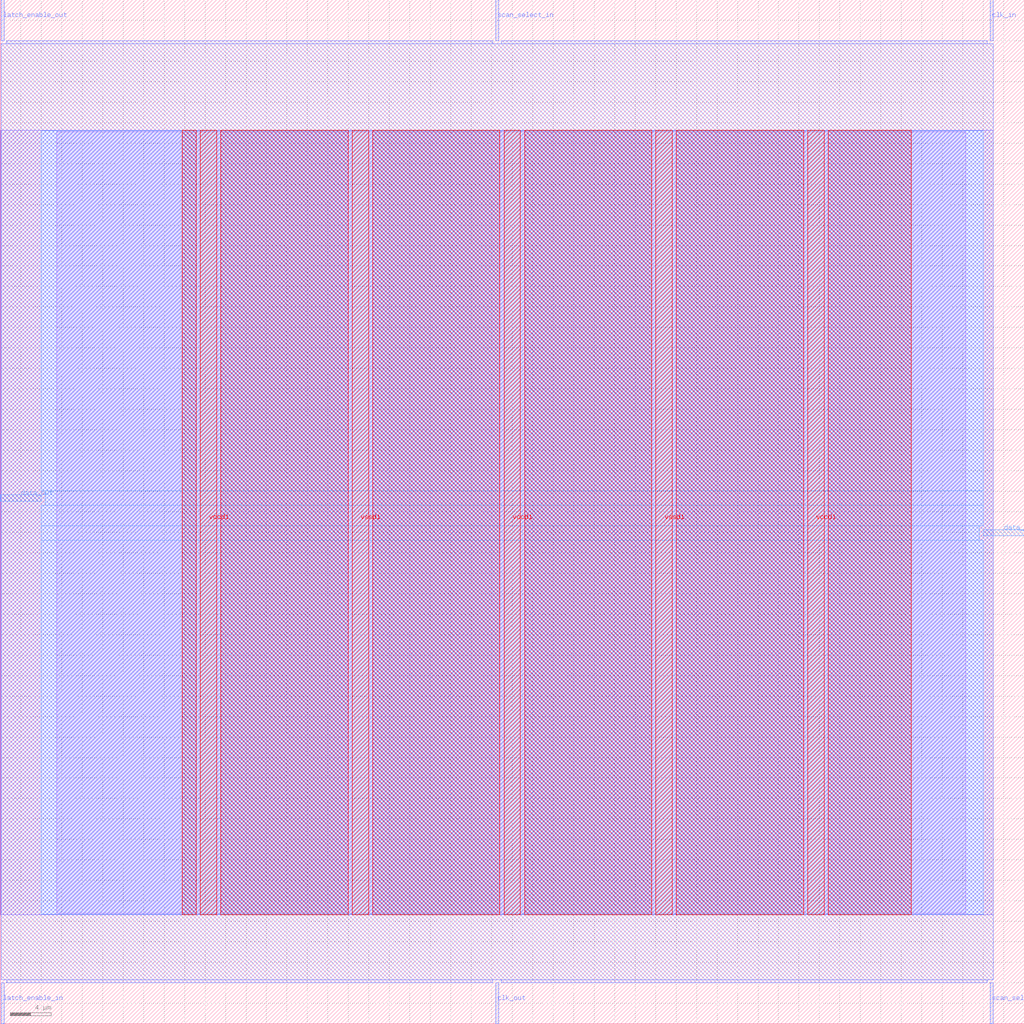
<source format=lef>
VERSION 5.7 ;
  NOWIREEXTENSIONATPIN ON ;
  DIVIDERCHAR "/" ;
  BUSBITCHARS "[]" ;
MACRO scan_wrapper_bc4d7220e4fdbf20a574d56ea112a8e1
  CLASS BLOCK ;
  FOREIGN scan_wrapper_bc4d7220e4fdbf20a574d56ea112a8e1 ;
  ORIGIN 0.000 0.000 ;
  SIZE 100.000 BY 100.000 ;
  PIN clk_in
    DIRECTION INPUT ;
    USE SIGNAL ;
    PORT
      LAYER met2 ;
        RECT 96.690 96.000 96.970 100.000 ;
    END
  END clk_in
  PIN clk_out
    DIRECTION OUTPUT TRISTATE ;
    USE SIGNAL ;
    PORT
      LAYER met2 ;
        RECT 48.390 0.000 48.670 4.000 ;
    END
  END clk_out
  PIN data_in
    DIRECTION INPUT ;
    USE SIGNAL ;
    PORT
      LAYER met3 ;
        RECT 96.000 47.640 100.000 48.240 ;
    END
  END data_in
  PIN data_out
    DIRECTION OUTPUT TRISTATE ;
    USE SIGNAL ;
    PORT
      LAYER met3 ;
        RECT 0.000 51.040 4.000 51.640 ;
    END
  END data_out
  PIN latch_enable_in
    DIRECTION INPUT ;
    USE SIGNAL ;
    PORT
      LAYER met2 ;
        RECT 0.090 0.000 0.370 4.000 ;
    END
  END latch_enable_in
  PIN latch_enable_out
    DIRECTION OUTPUT TRISTATE ;
    USE SIGNAL ;
    PORT
      LAYER met2 ;
        RECT 0.090 96.000 0.370 100.000 ;
    END
  END latch_enable_out
  PIN scan_select_in
    DIRECTION INPUT ;
    USE SIGNAL ;
    PORT
      LAYER met2 ;
        RECT 48.390 96.000 48.670 100.000 ;
    END
  END scan_select_in
  PIN scan_select_out
    DIRECTION OUTPUT TRISTATE ;
    USE SIGNAL ;
    PORT
      LAYER met2 ;
        RECT 96.690 0.000 96.970 4.000 ;
    END
  END scan_select_out
  PIN vccd1
    DIRECTION INPUT ;
    USE POWER ;
    PORT
      LAYER met4 ;
        RECT 19.550 10.640 21.150 87.280 ;
    END
    PORT
      LAYER met4 ;
        RECT 49.200 10.640 50.800 87.280 ;
    END
    PORT
      LAYER met4 ;
        RECT 78.855 10.640 80.455 87.280 ;
    END
  END vccd1
  PIN vssd1
    DIRECTION INPUT ;
    USE GROUND ;
    PORT
      LAYER met4 ;
        RECT 34.370 10.640 35.970 87.280 ;
    END
    PORT
      LAYER met4 ;
        RECT 64.025 10.640 65.625 87.280 ;
    END
  END vssd1
  OBS
      LAYER li1 ;
        RECT 5.520 10.795 94.300 87.125 ;
      LAYER met1 ;
        RECT 0.070 10.640 96.990 87.280 ;
      LAYER met2 ;
        RECT 0.650 95.720 48.110 96.000 ;
        RECT 48.950 95.720 96.410 96.000 ;
        RECT 0.100 4.280 96.960 95.720 ;
        RECT 0.650 4.000 48.110 4.280 ;
        RECT 48.950 4.000 96.410 4.280 ;
      LAYER met3 ;
        RECT 4.000 52.040 96.000 87.205 ;
        RECT 4.400 50.640 96.000 52.040 ;
        RECT 4.000 48.640 96.000 50.640 ;
        RECT 4.000 47.240 95.600 48.640 ;
        RECT 4.000 10.715 96.000 47.240 ;
      LAYER met4 ;
        RECT 17.775 10.640 19.150 87.280 ;
        RECT 21.550 10.640 33.970 87.280 ;
        RECT 36.370 10.640 48.800 87.280 ;
        RECT 51.200 10.640 63.625 87.280 ;
        RECT 66.025 10.640 78.455 87.280 ;
        RECT 80.855 10.640 88.945 87.280 ;
  END
END scan_wrapper_bc4d7220e4fdbf20a574d56ea112a8e1
END LIBRARY


</source>
